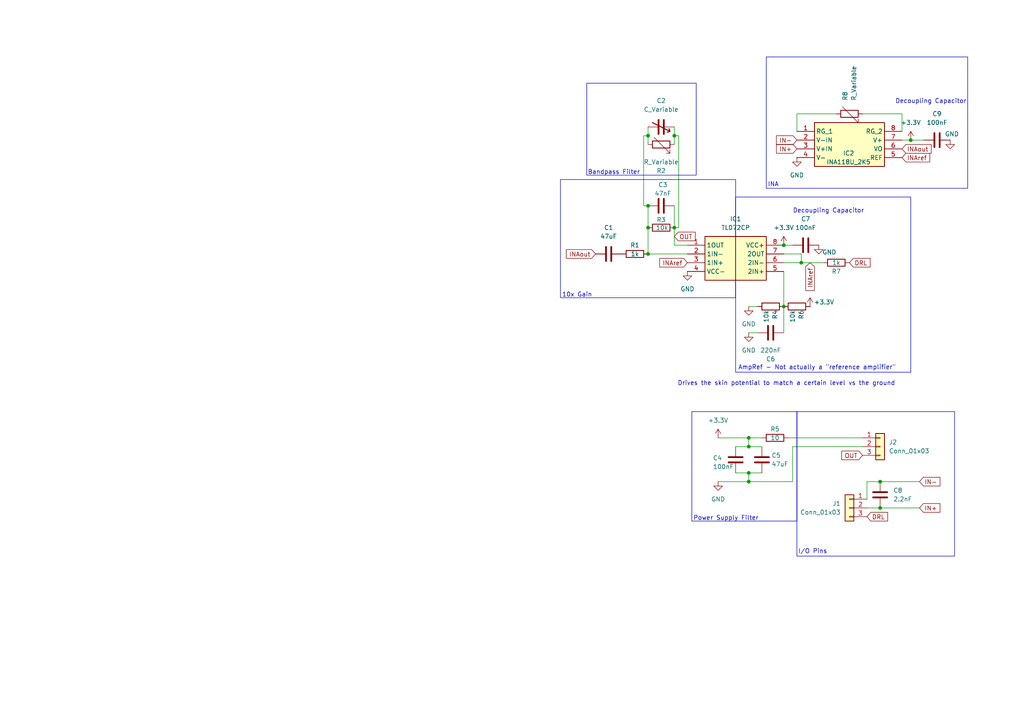
<source format=kicad_sch>
(kicad_sch (version 20231120) (generator "eeschema") (generator_version "8.0")
  (paper "A4")
  (lib_symbols
    (symbol "Connector_Generic:Conn_01x03" (pin_names (offset 1.016) hide)
      (property "Reference" "J" (at 0 5.08 0))
      (property "Value" "Conn_01x03" (at 0 -5.08 0))
      (symbol "Conn_01x03_1_1"
        (rectangle (start -1.27 -2.413) (end 0 -2.667) (stroke (width 0.1524)))
        (rectangle (start -1.27 0.127) (end 0 -0.127) (stroke (width 0.1524)))
        (rectangle (start -1.27 2.667) (end 0 2.413) (stroke (width 0.1524)))
        (rectangle (start -1.27 3.81) (end 1.27 -3.81) (stroke (width 0.254)) (fill (type background)))
        (pin passive line (at -5.08 2.54 0) (length 3.81) (name "Pin_1") (number "1"))
        (pin passive line (at -5.08 0 0) (length 3.81) (name "Pin_2") (number "2"))
        (pin passive line (at -5.08 -2.54 0) (length 3.81) (name "Pin_3") (number "3"))
      )
    )
    (symbol "Device:C" (pin_numbers hide) (pin_names (offset 0.254))
      (property "Reference" "C" (at 0.635 2.54 0))
      (property "Value" "C" (at 0.635 -2.54 0))
      (symbol "C_0_1"
        (polyline (pts (xy -2.032 -0.762) (xy 2.032 -0.762)) (stroke (width 0.508)))
        (polyline (pts (xy -2.032 0.762) (xy 2.032 0.762)) (stroke (width 0.508)))
      )
      (symbol "C_1_1"
        (pin passive line (at 0 3.81 270) (length 2.794) (name "~") (number "1"))
        (pin passive line (at 0 -3.81 90) (length 2.794) (name "~") (number "2"))
      )
    )
    (symbol "Device:C_Variable" (pin_numbers hide) (pin_names (offset 0.254) hide)
      (property "Reference" "C" (at 0.635 -1.905 0))
      (property "Value" "C_Variable" (at 0.635 -3.81 0))
      (symbol "C_Variable_0_1"
        (polyline (pts (xy -2.032 -0.762) (xy 2.032 -0.762)) (stroke (width 0.508)))
        (polyline (pts (xy -2.032 0.762) (xy 2.032 0.762)) (stroke (width 0.508)))
        (polyline (pts (xy 1.27 2.54) (xy -1.27 -2.54)) (stroke (width 0.3048)))
        (polyline (pts (xy 1.27 2.54) (xy 0.508 2.286)) (stroke (width 0.3048)))
        (polyline (pts (xy 1.27 2.54) (xy 1.524 1.778)) (stroke (width 0.3048)))
      )
      (symbol "C_Variable_1_1"
        (pin passive line (at 0 3.81 270) (length 3.048) (name "~") (number "1"))
        (pin passive line (at 0 -3.81 90) (length 3.048) (name "~") (number "2"))
      )
    )
    (symbol "Device:R" (pin_numbers hide) (pin_names (offset 0))
      (property "Reference" "R" (at 2.032 0 90))
      (property "Value" "R" (at 0 0 90))
      (symbol "R_0_1"
        (rectangle (start -1.016 -2.54) (end 1.016 2.54) (stroke (width 0.254)))
      )
      (symbol "R_1_1"
        (pin passive line (at 0 3.81 270) (length 1.27) (name "~") (number "1"))
        (pin passive line (at 0 -3.81 90) (length 1.27) (name "~") (number "2"))
      )
    )
    (symbol "Device:R_Variable" (pin_numbers hide) (pin_names (offset 0))
      (property "Reference" "R" (at 2.54 -2.54 90))
      (property "Value" "R_Variable" (at -2.54 -1.27 90))
      (symbol "R_Variable_0_1"
        (rectangle (start -1.016 -2.54) (end 1.016 2.54) (stroke (width 0.254)))
        (polyline (pts (xy 2.54 1.524) (xy 2.54 2.54) (xy 1.524 2.54) (xy 2.54 2.54) (xy -2.032 -2.032)))
      )
      (symbol "R_Variable_1_1"
        (pin passive line (at 0 3.81 270) (length 1.27) (name "~") (number "1"))
        (pin passive line (at 0 -3.81 90) (length 1.27) (name "~") (number "2"))
      )
    )
    (symbol "INA118:INA118U_2K5"
      (property "Reference" "IC" (at 26.67 7.62 0))
      (property "Value" "INA118U_2K5" (at 26.67 5.08 0))
      (symbol "INA118U_2K5_1_1"
        (rectangle (start 5.08 2.54) (end 25.4 -10.16) (stroke (width 0.254)) (fill (type background)))
        (pin passive line (at 0 0 0) (length 5.08) (name "RG_1") (number "1"))
        (pin passive line (at 0 -2.54 0) (length 5.08) (name "V-IN") (number "2"))
        (pin passive line (at 0 -5.08 0) (length 5.08) (name "V+IN") (number "3"))
        (pin passive line (at 0 -7.62 0) (length 5.08) (name "V-") (number "4"))
        (pin passive line (at 30.48 -7.62 180) (length 5.08) (name "REF") (number "5"))
        (pin passive line (at 30.48 -5.08 180) (length 5.08) (name "VO") (number "6"))
        (pin passive line (at 30.48 -2.54 180) (length 5.08) (name "V+") (number "7"))
        (pin passive line (at 30.48 0 180) (length 5.08) (name "RG_2") (number "8"))
      )
    )
    (symbol "R_1" (pin_numbers hide) (pin_names (offset 0))
      (property "Reference" "R" (at 2.032 0 90))
      (property "Value" "R" (at 0 0 90))
      (symbol "R_1_0_1"
        (rectangle (start -1.016 -2.54) (end 1.016 2.54) (stroke (width 0.254)))
      )
      (symbol "R_1_1_1"
        (pin passive line (at 0 3.81 270) (length 1.27) (name "~") (number "1"))
        (pin passive line (at 0 -3.81 90) (length 1.27) (name "~") (number "2"))
      )
    )
    (symbol "TL072:TL072CP"
      (property "Reference" "IC" (at 24.13 7.62 0))
      (property "Value" "TL072CP" (at 24.13 5.08 0))
      (symbol "TL072CP_1_1"
        (rectangle (start 5.08 2.54) (end 22.86 -10.16) (stroke (width 0.254)) (fill (type background)))
        (pin passive line (at 0 0 0) (length 5.08) (name "1OUT") (number "1"))
        (pin passive line (at 0 -2.54 0) (length 5.08) (name "1IN-") (number "2"))
        (pin passive line (at 0 -5.08 0) (length 5.08) (name "1IN+") (number "3"))
        (pin passive line (at 0 -7.62 0) (length 5.08) (name "VCC-") (number "4"))
        (pin passive line (at 27.94 -7.62 180) (length 5.08) (name "2IN+") (number "5"))
        (pin passive line (at 27.94 -5.08 180) (length 5.08) (name "2IN-") (number "6"))
        (pin passive line (at 27.94 -2.54 180) (length 5.08) (name "2OUT") (number "7"))
        (pin passive line (at 27.94 0 180) (length 5.08) (name "VCC+") (number "8"))
      )
    )
    (symbol "power:+3.3V" (power) (pin_numbers hide) (pin_names (offset 0) hide)
      (property "Value" "+3.3V" (at 0 3.556 0))
      (symbol "+3.3V_0_1"
        (polyline (pts (xy -0.762 1.27) (xy 0 2.54)))
        (polyline (pts (xy 0 0) (xy 0 2.54)))
        (polyline (pts (xy 0 2.54) (xy 0.762 1.27)))
      )
      (symbol "+3.3V_1_1"
        (pin power_in line (at 0 0 90) (length 0) (name "~") (number "1"))
      )
    )
    (symbol "power:GND" (power) (pin_numbers hide) (pin_names (offset 0) hide)
      (property "Value" "GND" (at 0 -3.81 0))
      (symbol "GND_0_1"
        (polyline (pts (xy 0 0) (xy 0 -1.27) (xy 1.27 -1.27) (xy 0 -2.54) (xy -1.27 -1.27) (xy 0 -1.27)))
      )
      (symbol "GND_1_1"
        (pin power_in line (at 0 0 270) (length 0) (name "~") (number "1"))
      )
    )
  )
  (junction (at 195.58 39.37))
  (junction (at 217.17 137.16))
  (junction (at 232.41 76.2))
  (junction (at 227.33 71.12))
  (junction (at 187.96 39.37))
  (junction (at 195.58 66.04))
  (junction (at 187.96 73.66))
  (junction (at 227.33 88.9))
  (junction (at 217.17 139.7))
  (junction (at 187.96 59.69))
  (junction (at 264.16 40.64))
  (junction (at 255.27 147.32))
  (junction (at 217.17 127))
  (junction (at 217.17 129.54))
  (junction (at 187.96 66.04))
  (junction (at 255.27 139.7))
  (wire (pts (xy 255.27 139.7) (xy 266.7 139.7)))
  (wire (pts (xy 228.6 127) (xy 250.19 127)))
  (wire (pts (xy 227.33 78.74) (xy 227.33 88.9)))
  (wire (pts (xy 255.27 147.32) (xy 251.46 147.32)))
  (wire (pts (xy 227.33 76.2) (xy 232.41 76.2)))
  (wire (pts (xy 195.58 71.12) (xy 199.39 71.12)))
  (wire (pts (xy 217.17 96.52) (xy 219.71 96.52)))
  (wire (pts (xy 255.27 147.32) (xy 266.7 147.32)))
  (wire (pts (xy 261.62 33.02) (xy 261.62 38.1)))
  (wire (pts (xy 195.58 39.37) (xy 196.85 39.37)))
  (wire (pts (xy 213.36 129.54) (xy 217.17 129.54)))
  (wire (pts (xy 208.28 127) (xy 217.17 127)))
  (wire (pts (xy 195.58 66.04) (xy 194.31 66.04)))
  (wire (pts (xy 195.58 66.04) (xy 196.85 66.04)))
  (wire (pts (xy 186.69 59.69) (xy 187.96 59.69)))
  (wire (pts (xy 187.96 36.83) (xy 187.96 39.37)))
  (wire (pts (xy 217.17 137.16) (xy 217.17 139.7)))
  (wire (pts (xy 229.87 129.54) (xy 250.19 129.54)))
  (wire (pts (xy 264.16 40.64) (xy 267.97 40.64)))
  (wire (pts (xy 187.96 59.69) (xy 187.96 66.04)))
  (wire (pts (xy 186.69 39.37) (xy 187.96 39.37)))
  (wire (pts (xy 196.85 39.37) (xy 196.85 66.04)))
  (wire (pts (xy 187.96 73.66) (xy 199.39 73.66)))
  (wire (pts (xy 242.57 33.02) (xy 231.14 33.02)))
  (wire (pts (xy 195.58 39.37) (xy 195.58 41.91)))
  (wire (pts (xy 227.33 88.9) (xy 227.33 96.52)))
  (wire (pts (xy 232.41 73.66) (xy 232.41 76.2)))
  (wire (pts (xy 217.17 127) (xy 220.98 127)))
  (wire (pts (xy 208.28 139.7) (xy 217.17 139.7)))
  (wire (pts (xy 227.33 73.66) (xy 232.41 73.66)))
  (wire (pts (xy 217.17 88.9) (xy 219.71 88.9)))
  (wire (pts (xy 229.87 139.7) (xy 229.87 129.54)))
  (wire (pts (xy 255.27 139.7) (xy 251.46 139.7)))
  (wire (pts (xy 217.17 127) (xy 217.17 129.54)))
  (wire (pts (xy 261.62 40.64) (xy 264.16 40.64)))
  (wire (pts (xy 231.14 33.02) (xy 231.14 38.1)))
  (wire (pts (xy 195.58 59.69) (xy 195.58 66.04)))
  (wire (pts (xy 195.58 66.04) (xy 195.58 71.12)))
  (wire (pts (xy 232.41 76.2) (xy 238.76 76.2)))
  (wire (pts (xy 217.17 139.7) (xy 229.87 139.7)))
  (wire (pts (xy 186.69 39.37) (xy 186.69 59.69)))
  (wire (pts (xy 217.17 137.16) (xy 220.98 137.16)))
  (wire (pts (xy 187.96 39.37) (xy 187.96 41.91)))
  (wire (pts (xy 213.36 137.16) (xy 217.17 137.16)))
  (wire (pts (xy 195.58 36.83) (xy 195.58 39.37)))
  (wire (pts (xy 251.46 139.7) (xy 251.46 144.78)))
  (wire (pts (xy 187.96 66.04) (xy 187.96 73.66)))
  (wire (pts (xy 250.19 33.02) (xy 261.62 33.02)))
  (wire (pts (xy 217.17 129.54) (xy 220.98 129.54)))
  (wire (pts (xy 227.33 71.12) (xy 229.87 71.12)))
  (rectangle (start 222.25 16.51) (end 280.67 54.61))
  (rectangle (start 200.66 119.38) (end 231.14 151.13))
  (rectangle (start 231.14 119.38) (end 276.86 161.29))
  (rectangle (start 162.56 52.07) (end 213.36 86.36))
  (rectangle (start 213.36 57.15) (end 264.16 107.95))
  (rectangle (start 170.18 24.13) (end 201.93 50.8))
  (text "10x Gain\n" (at 167.386 85.598 0) (effects (font (size 1.27 1.27))))
  (text "AmpRef - Not actually a \"reference amplifier\"" (at 236.982 106.68 0) (effects (font (size 1.27 1.27))))
  (text "INA" (at 224.282 53.594 0) (effects (font (size 1.27 1.27))))
  (text "Power Supply Filter" (at 210.566 150.368 0) (effects (font (size 1.27 1.27))))
  (text "Decoupling Capacitor" (at 240.284 61.214 0) (effects (font (size 1.27 1.27))))
  (text "Bandpass Filter" (at 178.054 50.038 0) (effects (font (size 1.27 1.27))))
  (text "Decoupling Capacitor" (at 270.002 29.464 0) (effects (font (size 1.27 1.27))))
  (text "I/O Pins" (at 235.712 160.02 0) (effects (font (size 1.27 1.27))))
  (text "Drives the skin potential to match a certain level vs the ground" (at 228.092 111.252 0) (effects (font (size 1.27 1.27))))
  (global_label "INAout" (shape input) (at 261.62 43.18 0) (property "Intersheetrefs" "${INTERSHEET_REFS}" (effects (hide yes))))
  (global_label "DRL" (shape input) (at 251.46 149.86 0) (property "Intersheetrefs" "${INTERSHEET_REFS}" (effects (hide yes))))
  (global_label "OUT" (shape input) (at 250.19 132.08 180) (property "Intersheetrefs" "${INTERSHEET_REFS}" (effects (hide yes))))
  (global_label "INAref" (shape input) (at 261.62 45.72 0) (property "Intersheetrefs" "${INTERSHEET_REFS}" (effects (hide yes))))
  (global_label "IN-" (shape input) (at 231.14 40.64 180) (property "Intersheetrefs" "${INTERSHEET_REFS}" (effects (hide yes))))
  (global_label "IN-" (shape input) (at 266.7 139.7 0) (property "Intersheetrefs" "${INTERSHEET_REFS}" (effects (hide yes))))
  (global_label "IN+" (shape input) (at 231.14 43.18 180) (property "Intersheetrefs" "${INTERSHEET_REFS}" (effects (hide yes))))
  (global_label "DRL" (shape input) (at 246.38 76.2 0) (property "Intersheetrefs" "${INTERSHEET_REFS}" (effects (hide yes))))
  (global_label "INAout" (shape input) (at 172.72 73.66 180) (property "Intersheetrefs" "${INTERSHEET_REFS}" (effects (hide yes))))
  (global_label "INAref" (shape input) (at 199.39 76.2 180) (property "Intersheetrefs" "${INTERSHEET_REFS}" (effects (hide yes))))
  (global_label "INAref" (shape input) (at 234.95 76.2 270) (property "Intersheetrefs" "${INTERSHEET_REFS}" (effects (hide yes))))
  (global_label "OUT" (shape input) (at 195.58 68.58 0) (property "Intersheetrefs" "${INTERSHEET_REFS}" (effects (hide yes))))
  (global_label "IN+" (shape input) (at 266.7 147.32 0) (property "Intersheetrefs" "${INTERSHEET_REFS}" (effects (hide yes))))
  (symbol (lib_id "power:+3.3V") (at 234.95 88.9 0) (unit 1)
    (property "Reference" "#PWR08" (effects (hide yes)))
    (property "Value" "+3.3V" (at 239.014 87.63 0))
    (property "Description" "Power symbol creates a global label with name \"+3.3V\"" (effects (hide yes)))
  )
  (symbol (lib_id "Device:R") (at 224.79 127 90) (unit 1)
    (property "Reference" "R5" (at 224.79 124.46 90))
    (property "Value" "10" (at 224.79 127 90))
    (property "Footprint" "Resistor_SMD:R_0805_2012Metric" (effects (hide yes)))
    (property "Description" "Resistor" (effects (hide yes)))
  )
  (symbol (lib_id "power:GND") (at 217.17 88.9 0) (unit 1)
    (property "Reference" "#PWR04" (effects (hide yes)))
    (property "Value" "GND" (at 217.17 93.98 0))
    (property "Description" "Power symbol creates a global label with name \"GND\" , ground" (effects (hide yes)))
  )
  (symbol (lib_name "R_1") (lib_id "Device:R") (at 191.77 66.04 90) (unit 1)
    (property "Reference" "R3" (at 191.77 63.754 90))
    (property "Value" "10k" (at 192.024 66.04 90))
    (property "Footprint" "Resistor_SMD:R_0805_2012Metric" (effects (hide yes)))
    (property "Description" "Resistor" (effects (hide yes)))
  )
  (symbol (lib_id "INA118:INA118U_2K5") (at 231.14 38.1 0) (unit 1)
    (property "Reference" "IC2" (at 246.126 44.45 0))
    (property "Value" "INA118U_2K5" (at 246.126 46.99 0))
    (property "Footprint" "INA118:SOIC127P600X175-8N" (effects (hide yes)))
    (property "Datasheet" "http://www.ti.com/lit/gpn/INA118" (effects (hide yes)))
    (property "Description" "Precision, Low Power Instrumentation Amplifier" (effects (hide yes)))
    (property "Height" "1.75" (effects (hide yes)))
    (property "Mouser Part Number" "595-INA118U/2K5" (effects (hide yes)))
    (property "Mouser Price/Stock" "https://www.mouser.co.uk/ProductDetail/Texas-Instruments/INA118U-2K5?qs=VBduBm9rCJRVtE6eJbSA%2Fg%3D%3D" (effects (hide yes)))
    (property "Manufacturer_Name" "Texas Instruments" (effects (hide yes)))
    (property "Manufacturer_Part_Number" "INA118U/2K5" (effects (hide yes)))
  )
  (symbol (lib_id "power:GND") (at 275.59 40.64 0) (unit 1)
    (property "Reference" "#PWR011" (effects (hide yes)))
    (property "Value" "GND" (at 276.098 38.862 0))
    (property "Description" "Power symbol creates a global label with name \"GND\" , ground" (effects (hide yes)))
  )
  (symbol (lib_id "Device:C") (at 233.68 71.12 90) (mirror x) (unit 1)
    (property "Reference" "C7" (at 233.68 63.5 90))
    (property "Value" "100nF" (at 233.68 66.04 90))
    (property "Footprint" "Capacitor_SMD:C_1206_3216Metric" (effects (hide yes)))
    (property "Description" "Unpolarized capacitor" (effects (hide yes)))
  )
  (symbol (lib_id "power:+3.3V") (at 264.16 40.64 0) (unit 1)
    (property "Reference" "#PWR010" (effects (hide yes)))
    (property "Value" "+3.3V" (at 264.16 35.56 0))
    (property "Description" "Power symbol creates a global label with name \"+3.3V\"" (effects (hide yes)))
  )
  (symbol (lib_id "power:GND") (at 199.39 78.74 0) (unit 1)
    (property "Reference" "#PWR01" (effects (hide yes)))
    (property "Value" "GND" (at 199.39 83.82 0))
    (property "Description" "Power symbol creates a global label with name \"GND\" , ground" (effects (hide yes)))
  )
  (symbol (lib_id "Device:R") (at 231.14 88.9 90) (unit 1)
    (property "Reference" "R6" (at 232.41 89.916 0) (effects (justify right)))
    (property "Value" "10k" (at 229.87 89.916 0) (effects (justify right)))
    (property "Footprint" "Resistor_SMD:R_0805_2012Metric" (effects (hide yes)))
    (property "Description" "Resistor" (effects (hide yes)))
  )
  (symbol (lib_id "power:GND") (at 231.14 45.72 0) (unit 1)
    (property "Reference" "#PWR07" (effects (hide yes)))
    (property "Value" "GND" (at 231.14 50.8 0))
    (property "Description" "Power symbol creates a global label with name \"GND\" , ground" (effects (hide yes)))
  )
  (symbol (lib_id "Connector_Generic:Conn_01x03") (at 246.38 147.32 0) (mirror y) (unit 1)
    (property "Reference" "J1" (at 243.84 146.0499 0) (effects (justify left)))
    (property "Value" "Conn_01x03" (at 243.84 148.5899 0) (effects (justify left)))
    (property "Footprint" "Connector_PinHeader_2.54mm:PinHeader_1x03_P2.54mm_Vertical" (effects (hide yes)))
    (property "Description" "Generic connector, single row, 01x03, script generated (kicad-library-utils/schlib/autogen/connector/)" (effects (hide yes)))
  )
  (symbol (lib_id "power:+3.3V") (at 208.28 127 0) (unit 1)
    (property "Reference" "#PWR02" (effects (hide yes)))
    (property "Value" "+3.3V" (at 208.28 121.92 0))
    (property "Description" "Power symbol creates a global label with name \"+3.3V\"" (effects (hide yes)))
  )
  (symbol (lib_id "Connector_Generic:Conn_01x03") (at 255.27 129.54 0) (unit 1)
    (property "Reference" "J2" (at 257.81 128.2699 0) (effects (justify left)))
    (property "Value" "Conn_01x03" (at 257.81 130.8099 0) (effects (justify left)))
    (property "Footprint" "Connector_PinHeader_2.54mm:PinHeader_1x03_P2.54mm_Vertical" (effects (hide yes)))
    (property "Description" "Generic connector, single row, 01x03, script generated (kicad-library-utils/schlib/autogen/connector/)" (effects (hide yes)))
  )
  (symbol (lib_id "power:+3.3V") (at 227.33 71.12 0) (unit 1)
    (property "Reference" "#PWR06" (effects (hide yes)))
    (property "Value" "+3.3V" (at 227.33 66.04 0))
    (property "Description" "Power symbol creates a global label with name \"+3.3V\"" (effects (hide yes)))
  )
  (symbol (lib_id "Device:R") (at 223.52 88.9 90) (unit 1)
    (property "Reference" "R4" (at 224.79 89.916 0) (effects (justify right)))
    (property "Value" "10k" (at 222.25 89.916 0) (effects (justify right)))
    (property "Footprint" "Resistor_SMD:R_0805_2012Metric" (effects (hide yes)))
    (property "Description" "Resistor" (effects (hide yes)))
  )
  (symbol (lib_id "Device:C") (at 271.78 40.64 90) (mirror x) (unit 1)
    (property "Reference" "C9" (at 271.78 33.02 90))
    (property "Value" "100nF" (at 271.78 35.56 90))
    (property "Footprint" "Capacitor_SMD:C_1206_3216Metric" (effects (hide yes)))
    (property "Description" "Unpolarized capacitor" (effects (hide yes)))
  )
  (symbol (lib_id "power:GND") (at 237.49 71.12 0) (unit 1)
    (property "Reference" "#PWR09" (effects (hide yes)))
    (property "Value" "GND" (at 240.538 73.152 0))
    (property "Description" "Power symbol creates a global label with name \"GND\" , ground" (effects (hide yes)))
  )
  (symbol (lib_id "Device:C") (at 255.27 143.51 0) (unit 1)
    (property "Reference" "C8" (at 259.08 142.2399 0) (effects (justify left)))
    (property "Value" "2.2nF" (at 259.08 144.7799 0) (effects (justify left)))
    (property "Footprint" "Capacitor_SMD:C_1206_3216Metric" (effects (hide yes)))
    (property "Description" "Unpolarized capacitor" (effects (hide yes)))
  )
  (symbol (lib_id "Device:C") (at 213.36 133.35 0) (unit 1)
    (property "Reference" "C4" (at 206.756 132.842 0) (effects (justify left)))
    (property "Value" "100nF" (at 206.756 135.382 0) (effects (justify left)))
    (property "Footprint" "Capacitor_SMD:C_1206_3216Metric" (effects (hide yes)))
    (property "Description" "Unpolarized capacitor" (effects (hide yes)))
  )
  (symbol (lib_id "power:GND") (at 208.28 139.7 0) (unit 1)
    (property "Reference" "#PWR03" (effects (hide yes)))
    (property "Value" "GND" (at 208.28 144.78 0))
    (property "Description" "Power symbol creates a global label with name \"GND\" , ground" (effects (hide yes)))
  )
  (symbol (lib_id "Device:R") (at 242.57 76.2 270) (unit 1)
    (property "Reference" "R7" (at 242.57 78.74 90))
    (property "Value" "1k" (at 242.57 76.2 90))
    (property "Footprint" "Resistor_SMD:R_0805_2012Metric" (effects (hide yes)))
    (property "Description" "Resistor" (effects (hide yes)))
  )
  (symbol (lib_id "Device:C") (at 176.53 73.66 90) (mirror x) (unit 1)
    (property "Reference" "C1" (at 176.53 66.04 90))
    (property "Value" "47uF" (at 176.53 68.58 90))
    (property "Footprint" "Capacitor_SMD:C_1206_3216Metric" (effects (hide yes)))
    (property "Description" "Unpolarized capacitor" (effects (hide yes)))
  )
  (symbol (lib_id "TL072:TL072CP") (at 199.39 71.12 0) (unit 1)
    (property "Reference" "IC1" (at 213.36 63.5 0))
    (property "Value" "TL072CP" (at 213.36 66.04 0))
    (property "Footprint" "TL072CP:DIP794W53P254L959H508Q8N" (effects (hide yes)))
    (property "Datasheet" "http://www.ti.com/lit/ds/symlink/tl071a.pdf" (effects (hide yes)))
    (property "Description" "Dual Low-Noise JFET-Input General-Purpose Operational Amplifier" (effects (hide yes)))
    (property "Height" "5.08" (effects (hide yes)))
    (property "Mouser Part Number" "595-TL072CP" (effects (hide yes)))
    (property "Mouser Price/Stock" "https://www.mouser.co.uk/ProductDetail/Texas-Instruments/TL072CP?qs=5nGYs9Do7G3e6Tx9uHIgUA%3D%3D" (effects (hide yes)))
    (property "Manufacturer_Name" "Texas Instruments" (effects (hide yes)))
    (property "Manufacturer_Part_Number" "TL072CP" (effects (hide yes)))
  )
  (symbol (lib_id "power:GND") (at 217.17 96.52 0) (unit 1)
    (property "Reference" "#PWR05" (effects (hide yes)))
    (property "Value" "GND" (at 217.17 101.6 0))
    (property "Description" "Power symbol creates a global label with name \"GND\" , ground" (effects (hide yes)))
  )
  (symbol (lib_id "Device:C") (at 223.52 96.52 270) (mirror x) (unit 1)
    (property "Reference" "C6" (at 223.52 104.14 90))
    (property "Value" "220nF" (at 223.52 101.6 90))
    (property "Footprint" "Capacitor_SMD:C_1206_3216Metric" (effects (hide yes)))
    (property "Description" "Unpolarized capacitor" (effects (hide yes)))
  )
  (symbol (lib_id "Device:C_Variable") (at 191.77 36.83 270) (unit 1)
    (property "Reference" "C2" (at 191.77 29.21 90))
    (property "Value" "C_Variable" (at 191.77 31.75 90))
    (property "Footprint" "Capacitor_SMD:C_1206_3216Metric" (effects (hide yes)))
    (property "Description" "Variable capacitor" (effects (hide yes)))
  )
  (symbol (lib_id "Device:R") (at 184.15 73.66 90) (unit 1)
    (property "Reference" "R1" (at 184.15 71.12 90))
    (property "Value" "1k" (at 184.15 73.66 90))
    (property "Footprint" "Resistor_SMD:R_0805_2012Metric" (effects (hide yes)))
    (property "Description" "Resistor" (effects (hide yes)))
  )
  (symbol (lib_id "Device:R_Variable") (at 191.77 41.91 270) (unit 1)
    (property "Reference" "R2" (at 191.77 49.53 90))
    (property "Value" "R_Variable" (at 191.77 46.99 90))
    (property "Footprint" "Resistor_SMD:R_0805_2012Metric" (effects (hide yes)))
    (property "Description" "Variable resistor" (effects (hide yes)))
  )
  (symbol (lib_id "Device:R_Variable") (at 246.38 33.02 270) (unit 1)
    (property "Reference" "R8" (at 245.1099 29.21 0) (effects (justify right)))
    (property "Value" "R_Variable" (at 247.6499 29.21 0) (effects (justify right)))
    (property "Footprint" "Resistor_SMD:R_0805_2012Metric" (effects (hide yes)))
    (property "Description" "Variable resistor" (effects (hide yes)))
  )
  (symbol (lib_id "Device:C") (at 220.98 133.35 0) (unit 1)
    (property "Reference" "C5" (at 223.774 132.08 0) (effects (justify left)))
    (property "Value" "47uF" (at 223.774 134.62 0) (effects (justify left)))
    (property "Footprint" "Capacitor_SMD:C_1206_3216Metric" (effects (hide yes)))
    (property "Description" "Unpolarized capacitor" (effects (hide yes)))
  )
  (symbol (lib_id "Device:C") (at 191.77 59.69 90) (mirror x) (unit 1)
    (property "Reference" "C3" (at 192.278 53.594 90))
    (property "Value" "47nF" (at 192.278 56.134 90))
    (property "Footprint" "Capacitor_SMD:C_1206_3216Metric" (effects (hide yes)))
    (property "Description" "Unpolarized capacitor" (effects (hide yes)))
  )
)
</source>
